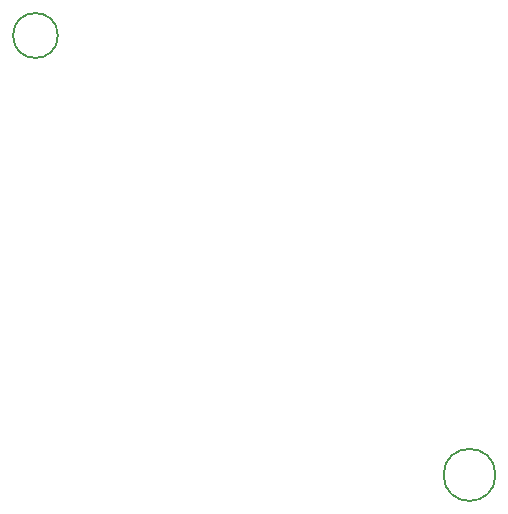
<source format=gbr>
%TF.GenerationSoftware,KiCad,Pcbnew,9.0.0*%
%TF.CreationDate,2025-04-09T22:07:22+02:00*%
%TF.ProjectId,ESC,4553432e-6b69-4636-9164-5f7063625858,rev?*%
%TF.SameCoordinates,Original*%
%TF.FileFunction,Other,Comment*%
%FSLAX45Y45*%
G04 Gerber Fmt 4.5, Leading zero omitted, Abs format (unit mm)*
G04 Created by KiCad (PCBNEW 9.0.0) date 2025-04-09 22:07:22*
%MOMM*%
%LPD*%
G01*
G04 APERTURE LIST*
%ADD10C,0.150000*%
G04 APERTURE END LIST*
D10*
%TO.C,H1*%
X2465000Y-2385000D02*
G75*
G02*
X2085000Y-2385000I-190000J0D01*
G01*
X2085000Y-2385000D02*
G75*
G02*
X2465000Y-2385000I190000J0D01*
G01*
%TO.C,H2*%
X6170000Y-6105000D02*
G75*
G02*
X5730000Y-6105000I-220000J0D01*
G01*
X5730000Y-6105000D02*
G75*
G02*
X6170000Y-6105000I220000J0D01*
G01*
%TD*%
M02*

</source>
